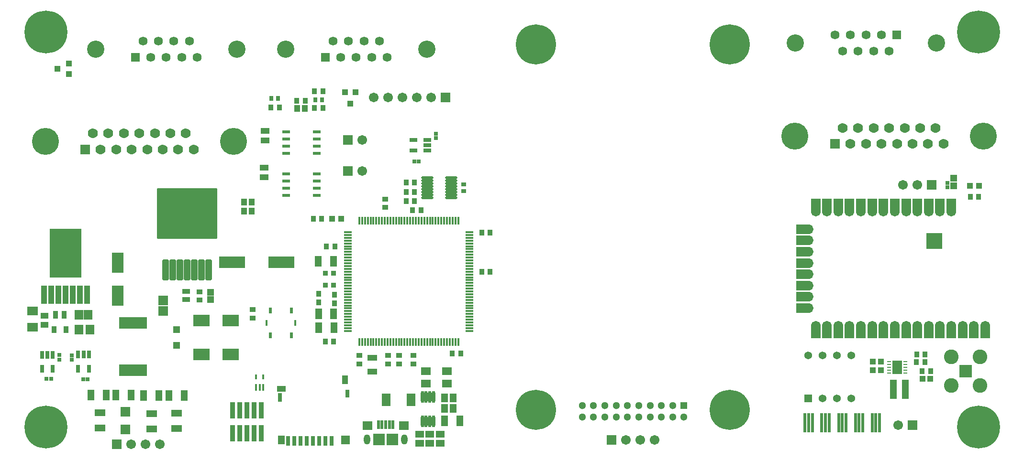
<source format=gts>
G04*
G04 #@! TF.GenerationSoftware,Altium Limited,Altium Designer,22.1.2 (22)*
G04*
G04 Layer_Color=8388736*
%FSLAX25Y25*%
%MOIN*%
G70*
G04*
G04 #@! TF.SameCoordinates,56094753-5DA1-4506-B589-AA1800A80C84*
G04*
G04*
G04 #@! TF.FilePolarity,Negative*
G04*
G01*
G75*
%ADD26R,0.05906X0.05906*%
%ADD27R,0.03772X0.03788*%
%ADD30R,0.05750X0.02100*%
%ADD31R,0.06102X0.03937*%
%ADD32R,0.03937X0.06102*%
%ADD33R,0.03150X0.05512*%
%ADD34R,0.03150X0.05906*%
%ADD35R,0.05118X0.05906*%
%ADD36R,0.02756X0.06890*%
%ADD38R,0.07505X0.06121*%
%ADD39R,0.07087X0.03937*%
%ADD40R,0.03394X0.02985*%
%ADD44R,0.02953X0.03543*%
%ADD58R,0.11811X0.07874*%
%ADD59R,0.02362X0.03937*%
%ADD60R,0.01772X0.03937*%
%ADD65R,0.02972X0.01000*%
%ADD66R,0.06890X0.09646*%
%ADD69R,0.03543X0.04724*%
%ADD70R,0.03740X0.05315*%
%ADD73R,0.05315X0.03740*%
%ADD76R,0.19685X0.08465*%
%ADD77R,0.01400X0.03200*%
%ADD78R,0.01400X0.05000*%
%ADD90O,0.06706X0.12060*%
%ADD91O,0.12060X0.06706*%
%ADD92C,0.01587*%
%ADD93R,0.06706X0.06706*%
%ADD94R,0.06706X0.06706*%
%ADD95R,0.05131X0.07493*%
%ADD96R,0.03556X0.04343*%
%ADD97R,0.07887X0.14383*%
%ADD98R,0.03556X0.04147*%
%ADD99R,0.18123X0.08280*%
%ADD100R,0.06115X0.04147*%
%ADD101R,0.05721X0.03950*%
%ADD102R,0.04540X0.04540*%
%ADD103R,0.04724X0.04724*%
%ADD104R,0.04343X0.03556*%
G04:AMPARAMS|DCode=105|XSize=45.4mil|YSize=145.8mil|CornerRadius=6.06mil|HoleSize=0mil|Usage=FLASHONLY|Rotation=180.000|XOffset=0mil|YOffset=0mil|HoleType=Round|Shape=RoundedRectangle|*
%AMROUNDEDRECTD105*
21,1,0.04540,0.13368,0,0,180.0*
21,1,0.03329,0.14580,0,0,180.0*
1,1,0.01211,-0.01664,0.06684*
1,1,0.01211,0.01664,0.06684*
1,1,0.01211,0.01664,-0.06684*
1,1,0.01211,-0.01664,-0.06684*
%
%ADD105ROUNDEDRECTD105*%
%ADD106R,0.05328X0.03162*%
%ADD107R,0.02847X0.02847*%
%ADD108R,0.02847X0.02847*%
%ADD109R,0.03162X0.05328*%
%ADD110R,0.02375X0.06706*%
%ADD111R,0.01700X0.05600*%
%ADD112R,0.05600X0.01700*%
%ADD113R,0.04304X0.12847*%
%ADD114R,0.21863X0.34422*%
%ADD115R,0.07493X0.05131*%
%ADD116R,0.03950X0.04343*%
%ADD117R,0.04737X0.13398*%
%ADD118R,0.03950X0.04343*%
%ADD119O,0.02572X0.08280*%
%ADD120R,0.07099X0.05721*%
%ADD121R,0.06312X0.06902*%
%ADD122R,0.05918X0.06509*%
%ADD123R,0.06902X0.06706*%
G04:AMPARAMS|DCode=124|XSize=421.39mil|YSize=354.46mil|CornerRadius=5.73mil|HoleSize=0mil|Usage=FLASHONLY|Rotation=180.000|XOffset=0mil|YOffset=0mil|HoleType=Round|Shape=RoundedRectangle|*
%AMROUNDEDRECTD124*
21,1,0.42139,0.34299,0,0,180.0*
21,1,0.40992,0.35446,0,0,180.0*
1,1,0.01147,-0.20496,0.17150*
1,1,0.01147,0.20496,0.17150*
1,1,0.01147,0.20496,-0.17150*
1,1,0.01147,-0.20496,-0.17150*
%
%ADD124ROUNDEDRECTD124*%
%ADD125R,0.08280X0.08280*%
%ADD126R,0.07099X0.06312*%
%ADD127R,0.01955X0.05915*%
%ADD128R,0.06312X0.09068*%
%ADD129R,0.03950X0.03950*%
%ADD130R,0.04343X0.03950*%
%ADD131R,0.04147X0.04540*%
%ADD132R,0.04934X0.04934*%
%ADD133R,0.03713X0.11784*%
%ADD134O,0.08477X0.01981*%
%ADD135R,0.05918X0.04737*%
%ADD136R,0.04737X0.05918*%
%ADD137C,0.02800*%
%ADD138R,0.06942X0.06942*%
%ADD139C,0.06942*%
%ADD140C,0.18812*%
%ADD141C,0.06260*%
%ADD142R,0.06260X0.06260*%
%ADD143C,0.12008*%
%ADD144C,0.27965*%
%ADD145C,0.05118*%
%ADD146R,0.05118X0.05118*%
%ADD147C,0.06706*%
%ADD148C,0.05367*%
%ADD149R,0.05367X0.05367*%
%ADD150O,0.04343X0.07099*%
%ADD151R,0.09150X0.09150*%
%ADD152C,0.10243*%
%ADD153C,0.29934*%
G36*
X613540Y135350D02*
Y124350D01*
X624540D01*
Y135350D01*
X613540D01*
D02*
G37*
D26*
X208687Y-9102D02*
D03*
D27*
X194704Y98955D02*
D03*
X200429D02*
D03*
X194739Y107450D02*
D03*
X200463D02*
D03*
D30*
X167303Y190956D02*
D03*
Y195956D02*
D03*
Y200956D02*
D03*
Y205956D02*
D03*
X188753D02*
D03*
Y200956D02*
D03*
Y195956D02*
D03*
Y190956D02*
D03*
X167303Y161741D02*
D03*
Y166741D02*
D03*
Y171741D02*
D03*
Y176741D02*
D03*
X188753D02*
D03*
Y171741D02*
D03*
Y166741D02*
D03*
Y161741D02*
D03*
D31*
X164101Y26725D02*
D03*
D32*
X208392Y32926D02*
D03*
D33*
X209967Y23378D02*
D03*
D34*
X162920Y20819D02*
D03*
D35*
X164002Y-9102D02*
D03*
D36*
X168727Y-9594D02*
D03*
X173057D02*
D03*
X177388D02*
D03*
X181719D02*
D03*
X186050D02*
D03*
X190380D02*
D03*
X194711D02*
D03*
X199042D02*
D03*
D38*
X-9382Y69516D02*
D03*
Y81137D02*
D03*
D39*
X227225Y38504D02*
D03*
Y48347D02*
D03*
D40*
X290919Y164500D02*
D03*
Y169437D02*
D03*
D44*
X157064Y229396D02*
D03*
X161788D02*
D03*
X192404Y228284D02*
D03*
X187680D02*
D03*
D58*
X108534Y50621D02*
D03*
Y74243D02*
D03*
X128770D02*
D03*
Y50621D02*
D03*
D59*
X170983Y64106D02*
D03*
X156416D02*
D03*
X170983Y81429D02*
D03*
X156416D02*
D03*
D60*
X173640Y72768D02*
D03*
X153759D02*
D03*
D65*
X598637Y37671D02*
D03*
Y39639D02*
D03*
Y41608D02*
D03*
Y43576D02*
D03*
Y45545D02*
D03*
X587398D02*
D03*
Y43576D02*
D03*
Y41608D02*
D03*
Y39639D02*
D03*
Y37671D02*
D03*
D66*
X593018Y41608D02*
D03*
D69*
X5783Y67926D02*
D03*
X14051D02*
D03*
D70*
X6868Y78181D02*
D03*
X12773D02*
D03*
D73*
X97617Y88840D02*
D03*
Y94746D02*
D03*
D76*
X60725Y39745D02*
D03*
Y72619D02*
D03*
D77*
X146348Y35002D02*
D03*
X151466D02*
D03*
D78*
Y27602D02*
D03*
X148907D02*
D03*
X146348D02*
D03*
D90*
X630739Y153141D02*
D03*
X622865D02*
D03*
X614992D02*
D03*
X607118D02*
D03*
X599243D02*
D03*
X591369D02*
D03*
X583495D02*
D03*
X575621D02*
D03*
X567747D02*
D03*
X559873D02*
D03*
X551999D02*
D03*
X544125D02*
D03*
X536251D02*
D03*
Y67944D02*
D03*
X544125D02*
D03*
X551999D02*
D03*
X559873D02*
D03*
X567747D02*
D03*
X575621D02*
D03*
X583495D02*
D03*
X591369D02*
D03*
X599243D02*
D03*
X607118D02*
D03*
X614992D02*
D03*
X622865D02*
D03*
X630739D02*
D03*
X638614D02*
D03*
X646488D02*
D03*
X654362D02*
D03*
D91*
X528692Y138110D02*
D03*
Y130236D02*
D03*
Y122362D02*
D03*
Y114488D02*
D03*
Y106614D02*
D03*
Y98739D02*
D03*
Y90865D02*
D03*
Y82991D02*
D03*
D92*
X619322Y129440D02*
D03*
D93*
X630739Y155850D02*
D03*
X654362Y65267D02*
D03*
X622865Y155850D02*
D03*
X614992D02*
D03*
X607118D02*
D03*
X599243D02*
D03*
X591369D02*
D03*
X583495D02*
D03*
X575621D02*
D03*
X567747D02*
D03*
X559873D02*
D03*
X551999D02*
D03*
X544125D02*
D03*
X536251D02*
D03*
Y65236D02*
D03*
X544125D02*
D03*
X551999D02*
D03*
X559873D02*
D03*
X567747D02*
D03*
X575621D02*
D03*
X583495D02*
D03*
X591369D02*
D03*
X599243D02*
D03*
X607118D02*
D03*
X614992D02*
D03*
X622865D02*
D03*
X630739D02*
D03*
X638614D02*
D03*
X646488D02*
D03*
X55502Y10812D02*
D03*
Y-1787D02*
D03*
D94*
X525984Y138110D02*
D03*
Y130236D02*
D03*
Y122362D02*
D03*
Y114488D02*
D03*
Y106614D02*
D03*
Y98739D02*
D03*
Y90865D02*
D03*
Y82991D02*
D03*
X394074Y-9000D02*
D03*
X278504Y230055D02*
D03*
X49243Y-12000D02*
D03*
X210385Y178829D02*
D03*
X210340Y200223D02*
D03*
X617118Y169097D02*
D03*
X603688Y1293D02*
D03*
D95*
X200245Y115753D02*
D03*
X189615D02*
D03*
X96431Y21917D02*
D03*
X85802D02*
D03*
X78820Y22069D02*
D03*
X68191D02*
D03*
X41927Y22172D02*
D03*
X31297D02*
D03*
X277723Y4459D02*
D03*
X288353D02*
D03*
X189894Y79067D02*
D03*
X200524D02*
D03*
X200544Y69224D02*
D03*
X189914D02*
D03*
X48718Y22284D02*
D03*
X59347D02*
D03*
D96*
X201297Y125977D02*
D03*
X195392D02*
D03*
X194570Y59600D02*
D03*
X200476D02*
D03*
X187089Y234231D02*
D03*
X192995D02*
D03*
X192995Y222572D02*
D03*
X187089D02*
D03*
X612395Y45193D02*
D03*
X606489D02*
D03*
X606558Y50534D02*
D03*
X612464D02*
D03*
X610441Y38853D02*
D03*
X616346D02*
D03*
X643969Y160777D02*
D03*
X649874D02*
D03*
X192208Y145390D02*
D03*
X186302D02*
D03*
X162772Y222894D02*
D03*
X156867D02*
D03*
X174726Y227671D02*
D03*
X180632D02*
D03*
X250926Y170619D02*
D03*
X256832D02*
D03*
X250926Y164016D02*
D03*
X256832D02*
D03*
X250926Y157823D02*
D03*
X256832D02*
D03*
X283038Y51300D02*
D03*
X288944D02*
D03*
X303567Y108429D02*
D03*
X309472D02*
D03*
X303567Y135640D02*
D03*
X309472D02*
D03*
X261218Y151452D02*
D03*
X255313D02*
D03*
D97*
X49988Y91509D02*
D03*
Y114737D02*
D03*
D98*
X190032Y93142D02*
D03*
Y87039D02*
D03*
X200937Y92345D02*
D03*
Y86243D02*
D03*
D99*
X164074Y114885D02*
D03*
X129822D02*
D03*
D100*
X152778Y206647D02*
D03*
Y200151D02*
D03*
X151913Y180939D02*
D03*
Y174443D02*
D03*
D101*
X-939Y71396D02*
D03*
Y77695D02*
D03*
D102*
X114826Y89052D02*
D03*
Y93974D02*
D03*
D103*
X91137Y56920D02*
D03*
Y67944D02*
D03*
D104*
X107059Y94466D02*
D03*
Y88560D02*
D03*
X144102Y75949D02*
D03*
Y81854D02*
D03*
X238216Y44010D02*
D03*
Y49916D02*
D03*
X218531Y44010D02*
D03*
Y49916D02*
D03*
X246090D02*
D03*
Y44010D02*
D03*
X236339Y153183D02*
D03*
Y159089D02*
D03*
X255932Y49916D02*
D03*
Y44010D02*
D03*
D105*
X103534Y109774D02*
D03*
X83534D02*
D03*
X88534D02*
D03*
X93534D02*
D03*
X98534D02*
D03*
X108534D02*
D03*
X113534D02*
D03*
D106*
X265799Y192965D02*
D03*
Y196705D02*
D03*
Y200445D02*
D03*
X255956D02*
D03*
Y192965D02*
D03*
D107*
X259803Y185197D02*
D03*
X256654D02*
D03*
X25973Y33392D02*
D03*
X29123D02*
D03*
X495Y33525D02*
D03*
X3645D02*
D03*
D108*
X271664Y204801D02*
D03*
Y201651D02*
D03*
X18112Y46841D02*
D03*
Y49991D02*
D03*
X9252Y47062D02*
D03*
Y50212D02*
D03*
X627935Y170318D02*
D03*
Y167168D02*
D03*
D109*
X29951Y50540D02*
D03*
X26211D02*
D03*
X22470D02*
D03*
Y40697D02*
D03*
X29951D02*
D03*
X4771Y50409D02*
D03*
X1031D02*
D03*
X-2709D02*
D03*
Y40566D02*
D03*
X4771D02*
D03*
D110*
X540519Y6440D02*
D03*
X543078D02*
D03*
X545637D02*
D03*
Y-253D02*
D03*
X543078D02*
D03*
X540519D02*
D03*
X552221Y6378D02*
D03*
X554780D02*
D03*
X557339D02*
D03*
Y-315D02*
D03*
X554780D02*
D03*
X552221D02*
D03*
X563924Y6378D02*
D03*
X566483D02*
D03*
X569042D02*
D03*
Y-315D02*
D03*
X566483D02*
D03*
X563924D02*
D03*
X575626Y6378D02*
D03*
X578185D02*
D03*
X580744D02*
D03*
Y-315D02*
D03*
X578185D02*
D03*
X575626D02*
D03*
X528817Y6270D02*
D03*
X531376D02*
D03*
X533935D02*
D03*
Y-423D02*
D03*
X531376D02*
D03*
X528817D02*
D03*
D111*
X218346Y143839D02*
D03*
X220314D02*
D03*
X222283D02*
D03*
X224251D02*
D03*
X226220D02*
D03*
X228188D02*
D03*
X230157D02*
D03*
X232125D02*
D03*
X234094D02*
D03*
X236062D02*
D03*
X238031D02*
D03*
X239999D02*
D03*
X241968D02*
D03*
X243936D02*
D03*
X245905D02*
D03*
X247873D02*
D03*
X249842D02*
D03*
X251810D02*
D03*
X253779D02*
D03*
X255747D02*
D03*
X257716D02*
D03*
X259684D02*
D03*
X261653D02*
D03*
X263621D02*
D03*
X265590D02*
D03*
X267558D02*
D03*
X269527D02*
D03*
X271495D02*
D03*
X273464D02*
D03*
X275432D02*
D03*
X277401D02*
D03*
X279369D02*
D03*
X281338D02*
D03*
X283306D02*
D03*
X285275D02*
D03*
X287243D02*
D03*
Y59239D02*
D03*
X285275D02*
D03*
X283306D02*
D03*
X281338D02*
D03*
X279369D02*
D03*
X277401D02*
D03*
X275432D02*
D03*
X273464D02*
D03*
X271495D02*
D03*
X269527D02*
D03*
X267558D02*
D03*
X265590D02*
D03*
X263621D02*
D03*
X261653D02*
D03*
X259684D02*
D03*
X257716D02*
D03*
X255747D02*
D03*
X253779D02*
D03*
X251810D02*
D03*
X249842D02*
D03*
X247873D02*
D03*
X245905D02*
D03*
X243936D02*
D03*
X241968D02*
D03*
X239999D02*
D03*
X238031D02*
D03*
X236062D02*
D03*
X234094D02*
D03*
X232125D02*
D03*
X230157D02*
D03*
X228188D02*
D03*
X226220D02*
D03*
X224251D02*
D03*
X222283D02*
D03*
X220314D02*
D03*
X218346D02*
D03*
D112*
X295094Y135988D02*
D03*
Y134020D02*
D03*
Y132051D02*
D03*
Y130083D02*
D03*
Y128114D02*
D03*
Y126146D02*
D03*
Y124177D02*
D03*
Y122209D02*
D03*
Y120240D02*
D03*
Y118272D02*
D03*
Y116303D02*
D03*
Y114335D02*
D03*
Y112366D02*
D03*
Y110398D02*
D03*
Y108429D02*
D03*
Y106461D02*
D03*
Y104492D02*
D03*
Y102524D02*
D03*
Y100555D02*
D03*
Y98587D02*
D03*
Y96618D02*
D03*
Y94650D02*
D03*
Y92681D02*
D03*
Y90713D02*
D03*
Y88744D02*
D03*
Y86776D02*
D03*
Y84807D02*
D03*
Y82839D02*
D03*
Y80870D02*
D03*
Y78902D02*
D03*
Y76933D02*
D03*
Y74965D02*
D03*
Y72996D02*
D03*
Y71028D02*
D03*
Y69059D02*
D03*
Y67091D02*
D03*
X210494D02*
D03*
Y69059D02*
D03*
Y71028D02*
D03*
Y72996D02*
D03*
Y74965D02*
D03*
Y76933D02*
D03*
Y78902D02*
D03*
Y80870D02*
D03*
Y82839D02*
D03*
Y84807D02*
D03*
Y86776D02*
D03*
Y88744D02*
D03*
Y90713D02*
D03*
Y92681D02*
D03*
Y94650D02*
D03*
Y96618D02*
D03*
Y98587D02*
D03*
Y100555D02*
D03*
Y102524D02*
D03*
Y104492D02*
D03*
Y106461D02*
D03*
Y108429D02*
D03*
Y110398D02*
D03*
Y112366D02*
D03*
Y114335D02*
D03*
Y116303D02*
D03*
Y118272D02*
D03*
Y120240D02*
D03*
Y122209D02*
D03*
Y124177D02*
D03*
Y126146D02*
D03*
Y128114D02*
D03*
Y130083D02*
D03*
Y132051D02*
D03*
Y134020D02*
D03*
Y135988D02*
D03*
D113*
X-1321Y92459D02*
D03*
X3679D02*
D03*
X8679D02*
D03*
X13679D02*
D03*
X18679D02*
D03*
X23679D02*
D03*
X28679D02*
D03*
D114*
X13679Y121219D02*
D03*
D115*
X91117Y9675D02*
D03*
Y-954D02*
D03*
X73700Y9414D02*
D03*
Y-1216D02*
D03*
X37719Y-745D02*
D03*
Y9885D02*
D03*
D116*
X212029Y225685D02*
D03*
X208289Y233559D02*
D03*
X215769D02*
D03*
D117*
X598870Y26244D02*
D03*
X590209D02*
D03*
D118*
X616149Y33513D02*
D03*
X610637D02*
D03*
X581716Y39639D02*
D03*
X576204D02*
D03*
Y45830D02*
D03*
X581716D02*
D03*
D119*
X262301Y4024D02*
D03*
X264860D02*
D03*
X267419D02*
D03*
X269978D02*
D03*
X262301Y20954D02*
D03*
X264860D02*
D03*
X267419D02*
D03*
X269978D02*
D03*
D120*
X279329Y38907D02*
D03*
X264762D02*
D03*
X279329Y30246D02*
D03*
X264762D02*
D03*
D121*
X23077Y67926D02*
D03*
X30557D02*
D03*
D122*
X23205Y78181D02*
D03*
X29504D02*
D03*
D123*
X81735Y88241D02*
D03*
Y81155D02*
D03*
D124*
X98534Y148947D02*
D03*
D125*
X241391Y-8747D02*
D03*
X231942D02*
D03*
D126*
X249265Y899D02*
D03*
X224068D02*
D03*
D127*
X241785Y1785D02*
D03*
X239226D02*
D03*
X236667D02*
D03*
X234108D02*
D03*
X231549D02*
D03*
D128*
X237122Y19133D02*
D03*
X254445D02*
D03*
D129*
X650071Y168211D02*
D03*
X643772D02*
D03*
X199273Y145217D02*
D03*
X205572D02*
D03*
D130*
X8063Y250000D02*
D03*
X15937Y253740D02*
D03*
Y246260D02*
D03*
D131*
X180337Y222476D02*
D03*
X175022D02*
D03*
X143449Y157120D02*
D03*
X138134D02*
D03*
X143449Y150599D02*
D03*
X138134D02*
D03*
D132*
X632402Y168211D02*
D03*
Y173527D02*
D03*
D133*
X150201Y11566D02*
D03*
X145201D02*
D03*
X140201D02*
D03*
X135201D02*
D03*
X130201D02*
D03*
Y-4457D02*
D03*
X135201D02*
D03*
X140201D02*
D03*
X145201D02*
D03*
X150201D02*
D03*
D134*
X265648Y173858D02*
D03*
Y171890D02*
D03*
Y169921D02*
D03*
Y167953D02*
D03*
Y165984D02*
D03*
Y164016D02*
D03*
Y162047D02*
D03*
Y160079D02*
D03*
X282380Y173858D02*
D03*
Y171890D02*
D03*
Y169921D02*
D03*
Y167953D02*
D03*
Y165984D02*
D03*
Y164016D02*
D03*
Y162047D02*
D03*
Y160079D02*
D03*
D135*
X260234Y-5125D02*
D03*
Y-11424D02*
D03*
X267419Y-5125D02*
D03*
Y-11424D02*
D03*
X274586Y-5125D02*
D03*
Y-11424D02*
D03*
D136*
X277557Y20277D02*
D03*
X283856D02*
D03*
X277557Y12834D02*
D03*
X283856D02*
D03*
D137*
X615385Y129834D02*
D03*
Y133377D02*
D03*
Y126291D02*
D03*
X622865Y129834D02*
D03*
Y133377D02*
D03*
Y126291D02*
D03*
X619322D02*
D03*
Y133377D02*
D03*
Y129834D02*
D03*
D138*
X549653Y197529D02*
D03*
X27339Y193819D02*
D03*
D139*
X560440Y197529D02*
D03*
X571228D02*
D03*
X582015D02*
D03*
X592881D02*
D03*
X603669D02*
D03*
X614456D02*
D03*
X625244D02*
D03*
X555047Y208711D02*
D03*
X565834D02*
D03*
X576661D02*
D03*
X587448D02*
D03*
X598236D02*
D03*
X609062D02*
D03*
X619850D02*
D03*
X97536Y205000D02*
D03*
X86749D02*
D03*
X75922D02*
D03*
X65135D02*
D03*
X54347D02*
D03*
X43520D02*
D03*
X32733D02*
D03*
X102930Y193819D02*
D03*
X92142D02*
D03*
X81355D02*
D03*
X70568D02*
D03*
X59701D02*
D03*
X48914D02*
D03*
X38127D02*
D03*
D140*
X521858Y203120D02*
D03*
X653039D02*
D03*
X130725Y199409D02*
D03*
X-456D02*
D03*
D141*
X232354Y269292D02*
D03*
X221567D02*
D03*
X210780D02*
D03*
X199992D02*
D03*
X237748Y258111D02*
D03*
X226961D02*
D03*
X216173D02*
D03*
X205386D02*
D03*
X555047Y262424D02*
D03*
X565834D02*
D03*
X576622D02*
D03*
X587409D02*
D03*
X549653Y273605D02*
D03*
X560441D02*
D03*
X571228D02*
D03*
X582015D02*
D03*
X73000Y258067D02*
D03*
X83787D02*
D03*
X94575D02*
D03*
X105362D02*
D03*
X67606Y269248D02*
D03*
X78394D02*
D03*
X89181D02*
D03*
X99969D02*
D03*
D142*
X194598Y258111D02*
D03*
X592803Y273605D02*
D03*
X62213Y258067D02*
D03*
D143*
X167000Y263702D02*
D03*
X265386D02*
D03*
X620401Y268014D02*
D03*
X522015D02*
D03*
X133000Y263658D02*
D03*
X34614D02*
D03*
D144*
X341500Y12144D02*
D03*
X476500Y267144D02*
D03*
X476500Y12144D02*
D03*
X341500Y267144D02*
D03*
D145*
X373634Y7144D02*
D03*
X381508D02*
D03*
X389382D02*
D03*
X397256D02*
D03*
X405130D02*
D03*
X413004D02*
D03*
X420878D02*
D03*
X428752D02*
D03*
X436626D02*
D03*
X444500D02*
D03*
X373634Y15018D02*
D03*
X381508D02*
D03*
X389382D02*
D03*
X397256D02*
D03*
X405130D02*
D03*
X413004D02*
D03*
X420878D02*
D03*
X428752D02*
D03*
X436626D02*
D03*
D146*
X444500D02*
D03*
D147*
X424074Y-9000D02*
D03*
X414074D02*
D03*
X404073D02*
D03*
X268504Y230055D02*
D03*
X258504D02*
D03*
X248504D02*
D03*
X238504D02*
D03*
X228504D02*
D03*
X79243Y-12000D02*
D03*
X69243D02*
D03*
X59243D02*
D03*
X220385Y178829D02*
D03*
X220340Y200223D02*
D03*
X607118Y169097D02*
D03*
X597118D02*
D03*
X593688Y1293D02*
D03*
D148*
X531111Y50057D02*
D03*
X541111D02*
D03*
X551111D02*
D03*
X561111D02*
D03*
Y20057D02*
D03*
X551111D02*
D03*
X541111D02*
D03*
D149*
X531111D02*
D03*
D150*
X249659Y-8747D02*
D03*
X223675D02*
D03*
D151*
X640744Y38853D02*
D03*
D152*
X650744Y28853D02*
D03*
X630744D02*
D03*
Y48853D02*
D03*
X650744D02*
D03*
D153*
X649606Y0D02*
D03*
Y275590D02*
D03*
X0Y0D02*
D03*
Y275590D02*
D03*
M02*

</source>
